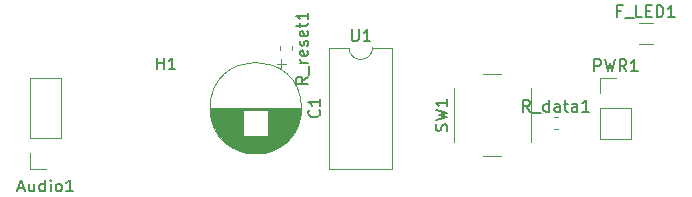
<source format=gbr>
G04 #@! TF.GenerationSoftware,KiCad,Pcbnew,(5.1.0)-1*
G04 #@! TF.CreationDate,2019-04-02T22:03:43+02:00*
G04 #@! TF.ProjectId,UV_Meter,55565f4d-6574-4657-922e-6b696361645f,rev?*
G04 #@! TF.SameCoordinates,Original*
G04 #@! TF.FileFunction,Legend,Top*
G04 #@! TF.FilePolarity,Positive*
%FSLAX46Y46*%
G04 Gerber Fmt 4.6, Leading zero omitted, Abs format (unit mm)*
G04 Created by KiCad (PCBNEW (5.1.0)-1) date 2019-04-02 22:03:43*
%MOMM*%
%LPD*%
G04 APERTURE LIST*
%ADD10C,0.120000*%
%ADD11C,0.150000*%
G04 APERTURE END LIST*
D10*
X45210000Y-23967221D02*
X45210000Y-24292779D01*
X46230000Y-23967221D02*
X46230000Y-24292779D01*
X25400000Y-34350000D02*
X24070000Y-34350000D01*
X24070000Y-34350000D02*
X24070000Y-33020000D01*
X24070000Y-31750000D02*
X24070000Y-26610000D01*
X26730000Y-26610000D02*
X24070000Y-26610000D01*
X26730000Y-31750000D02*
X26730000Y-26610000D01*
X26730000Y-31750000D02*
X24070000Y-31750000D01*
X45730000Y-25422789D02*
X44980000Y-25422789D01*
X45355000Y-25047789D02*
X45355000Y-25797789D01*
X43621000Y-33031000D02*
X42739000Y-33031000D01*
X43873000Y-32991000D02*
X42487000Y-32991000D01*
X44057000Y-32951000D02*
X42303000Y-32951000D01*
X44208000Y-32911000D02*
X42152000Y-32911000D01*
X44338000Y-32871000D02*
X42022000Y-32871000D01*
X44455000Y-32831000D02*
X41905000Y-32831000D01*
X44561000Y-32791000D02*
X41799000Y-32791000D01*
X44658000Y-32751000D02*
X41702000Y-32751000D01*
X44749000Y-32711000D02*
X41611000Y-32711000D01*
X44834000Y-32671000D02*
X41526000Y-32671000D01*
X44913000Y-32631000D02*
X41447000Y-32631000D01*
X44989000Y-32591000D02*
X41371000Y-32591000D01*
X45061000Y-32551000D02*
X41299000Y-32551000D01*
X45129000Y-32511000D02*
X41231000Y-32511000D01*
X45194000Y-32471000D02*
X41166000Y-32471000D01*
X45257000Y-32431000D02*
X41103000Y-32431000D01*
X45317000Y-32391000D02*
X41043000Y-32391000D01*
X45375000Y-32351000D02*
X40985000Y-32351000D01*
X45430000Y-32311000D02*
X40930000Y-32311000D01*
X45484000Y-32271000D02*
X40876000Y-32271000D01*
X45535000Y-32231000D02*
X40825000Y-32231000D01*
X45585000Y-32191000D02*
X40775000Y-32191000D01*
X45634000Y-32151000D02*
X40726000Y-32151000D01*
X45680000Y-32111000D02*
X40680000Y-32111000D01*
X45726000Y-32071000D02*
X40634000Y-32071000D01*
X45769000Y-32031000D02*
X40591000Y-32031000D01*
X45812000Y-31991000D02*
X40548000Y-31991000D01*
X45853000Y-31951000D02*
X40507000Y-31951000D01*
X45893000Y-31911000D02*
X40467000Y-31911000D01*
X45932000Y-31871000D02*
X40428000Y-31871000D01*
X45970000Y-31831000D02*
X40390000Y-31831000D01*
X46007000Y-31791000D02*
X40353000Y-31791000D01*
X46043000Y-31751000D02*
X40317000Y-31751000D01*
X46078000Y-31711000D02*
X40282000Y-31711000D01*
X46111000Y-31671000D02*
X40249000Y-31671000D01*
X46144000Y-31631000D02*
X40216000Y-31631000D01*
X46176000Y-31591000D02*
X40184000Y-31591000D01*
X46208000Y-31551000D02*
X40152000Y-31551000D01*
X46238000Y-31511000D02*
X40122000Y-31511000D01*
X42140000Y-31471000D02*
X40092000Y-31471000D01*
X46268000Y-31471000D02*
X44220000Y-31471000D01*
X42140000Y-31431000D02*
X40064000Y-31431000D01*
X46296000Y-31431000D02*
X44220000Y-31431000D01*
X42140000Y-31391000D02*
X40036000Y-31391000D01*
X46324000Y-31391000D02*
X44220000Y-31391000D01*
X42140000Y-31351000D02*
X40008000Y-31351000D01*
X46352000Y-31351000D02*
X44220000Y-31351000D01*
X42140000Y-31311000D02*
X39982000Y-31311000D01*
X46378000Y-31311000D02*
X44220000Y-31311000D01*
X42140000Y-31271000D02*
X39956000Y-31271000D01*
X46404000Y-31271000D02*
X44220000Y-31271000D01*
X42140000Y-31231000D02*
X39931000Y-31231000D01*
X46429000Y-31231000D02*
X44220000Y-31231000D01*
X42140000Y-31191000D02*
X39906000Y-31191000D01*
X46454000Y-31191000D02*
X44220000Y-31191000D01*
X42140000Y-31151000D02*
X39883000Y-31151000D01*
X46477000Y-31151000D02*
X44220000Y-31151000D01*
X42140000Y-31111000D02*
X39859000Y-31111000D01*
X46501000Y-31111000D02*
X44220000Y-31111000D01*
X42140000Y-31071000D02*
X39837000Y-31071000D01*
X46523000Y-31071000D02*
X44220000Y-31071000D01*
X42140000Y-31031000D02*
X39815000Y-31031000D01*
X46545000Y-31031000D02*
X44220000Y-31031000D01*
X42140000Y-30991000D02*
X39794000Y-30991000D01*
X46566000Y-30991000D02*
X44220000Y-30991000D01*
X42140000Y-30951000D02*
X39773000Y-30951000D01*
X46587000Y-30951000D02*
X44220000Y-30951000D01*
X42140000Y-30911000D02*
X39753000Y-30911000D01*
X46607000Y-30911000D02*
X44220000Y-30911000D01*
X42140000Y-30871000D02*
X39733000Y-30871000D01*
X46627000Y-30871000D02*
X44220000Y-30871000D01*
X42140000Y-30831000D02*
X39714000Y-30831000D01*
X46646000Y-30831000D02*
X44220000Y-30831000D01*
X42140000Y-30791000D02*
X39696000Y-30791000D01*
X46664000Y-30791000D02*
X44220000Y-30791000D01*
X42140000Y-30751000D02*
X39678000Y-30751000D01*
X46682000Y-30751000D02*
X44220000Y-30751000D01*
X42140000Y-30711000D02*
X39660000Y-30711000D01*
X46700000Y-30711000D02*
X44220000Y-30711000D01*
X42140000Y-30671000D02*
X39644000Y-30671000D01*
X46716000Y-30671000D02*
X44220000Y-30671000D01*
X42140000Y-30631000D02*
X39627000Y-30631000D01*
X46733000Y-30631000D02*
X44220000Y-30631000D01*
X42140000Y-30591000D02*
X39612000Y-30591000D01*
X46748000Y-30591000D02*
X44220000Y-30591000D01*
X42140000Y-30551000D02*
X39596000Y-30551000D01*
X46764000Y-30551000D02*
X44220000Y-30551000D01*
X42140000Y-30511000D02*
X39582000Y-30511000D01*
X46778000Y-30511000D02*
X44220000Y-30511000D01*
X42140000Y-30471000D02*
X39567000Y-30471000D01*
X46793000Y-30471000D02*
X44220000Y-30471000D01*
X42140000Y-30431000D02*
X39554000Y-30431000D01*
X46806000Y-30431000D02*
X44220000Y-30431000D01*
X42140000Y-30391000D02*
X39540000Y-30391000D01*
X46820000Y-30391000D02*
X44220000Y-30391000D01*
X42140000Y-30351000D02*
X39527000Y-30351000D01*
X46833000Y-30351000D02*
X44220000Y-30351000D01*
X42140000Y-30311000D02*
X39515000Y-30311000D01*
X46845000Y-30311000D02*
X44220000Y-30311000D01*
X42140000Y-30271000D02*
X39503000Y-30271000D01*
X46857000Y-30271000D02*
X44220000Y-30271000D01*
X42140000Y-30231000D02*
X39492000Y-30231000D01*
X46868000Y-30231000D02*
X44220000Y-30231000D01*
X42140000Y-30191000D02*
X39481000Y-30191000D01*
X46879000Y-30191000D02*
X44220000Y-30191000D01*
X42140000Y-30151000D02*
X39470000Y-30151000D01*
X46890000Y-30151000D02*
X44220000Y-30151000D01*
X42140000Y-30111000D02*
X39460000Y-30111000D01*
X46900000Y-30111000D02*
X44220000Y-30111000D01*
X42140000Y-30071000D02*
X39451000Y-30071000D01*
X46909000Y-30071000D02*
X44220000Y-30071000D01*
X42140000Y-30031000D02*
X39442000Y-30031000D01*
X46918000Y-30031000D02*
X44220000Y-30031000D01*
X42140000Y-29991000D02*
X39433000Y-29991000D01*
X46927000Y-29991000D02*
X44220000Y-29991000D01*
X42140000Y-29951000D02*
X39425000Y-29951000D01*
X46935000Y-29951000D02*
X44220000Y-29951000D01*
X42140000Y-29911000D02*
X39417000Y-29911000D01*
X46943000Y-29911000D02*
X44220000Y-29911000D01*
X42140000Y-29870000D02*
X39410000Y-29870000D01*
X46950000Y-29870000D02*
X44220000Y-29870000D01*
X42140000Y-29830000D02*
X39403000Y-29830000D01*
X46957000Y-29830000D02*
X44220000Y-29830000D01*
X42140000Y-29790000D02*
X39396000Y-29790000D01*
X46964000Y-29790000D02*
X44220000Y-29790000D01*
X42140000Y-29750000D02*
X39390000Y-29750000D01*
X46970000Y-29750000D02*
X44220000Y-29750000D01*
X42140000Y-29710000D02*
X39385000Y-29710000D01*
X46975000Y-29710000D02*
X44220000Y-29710000D01*
X42140000Y-29670000D02*
X39379000Y-29670000D01*
X46981000Y-29670000D02*
X44220000Y-29670000D01*
X42140000Y-29630000D02*
X39375000Y-29630000D01*
X46985000Y-29630000D02*
X44220000Y-29630000D01*
X42140000Y-29590000D02*
X39370000Y-29590000D01*
X46990000Y-29590000D02*
X44220000Y-29590000D01*
X42140000Y-29550000D02*
X39366000Y-29550000D01*
X46994000Y-29550000D02*
X44220000Y-29550000D01*
X42140000Y-29510000D02*
X39363000Y-29510000D01*
X46997000Y-29510000D02*
X44220000Y-29510000D01*
X42140000Y-29470000D02*
X39360000Y-29470000D01*
X47000000Y-29470000D02*
X44220000Y-29470000D01*
X42140000Y-29430000D02*
X39357000Y-29430000D01*
X47003000Y-29430000D02*
X44220000Y-29430000D01*
X47005000Y-29390000D02*
X39355000Y-29390000D01*
X47007000Y-29350000D02*
X39353000Y-29350000D01*
X47009000Y-29310000D02*
X39351000Y-29310000D01*
X47010000Y-29270000D02*
X39350000Y-29270000D01*
X47010000Y-29230000D02*
X39350000Y-29230000D01*
X47010000Y-29190000D02*
X39350000Y-29190000D01*
X47050000Y-29190000D02*
G75*
G03X47050000Y-29190000I-3870000J0D01*
G01*
X72330000Y-26610000D02*
X73660000Y-26610000D01*
X72330000Y-27940000D02*
X72330000Y-26610000D01*
X72330000Y-29210000D02*
X74990000Y-29210000D01*
X74990000Y-29210000D02*
X74990000Y-31810000D01*
X72330000Y-29210000D02*
X72330000Y-31810000D01*
X72330000Y-31810000D02*
X74990000Y-31810000D01*
X75597936Y-23770000D02*
X76802064Y-23770000D01*
X75597936Y-21950000D02*
X76802064Y-21950000D01*
X54720000Y-24070000D02*
X53070000Y-24070000D01*
X54720000Y-34350000D02*
X54720000Y-24070000D01*
X49420000Y-34350000D02*
X54720000Y-34350000D01*
X49420000Y-24070000D02*
X49420000Y-34350000D01*
X51070000Y-24070000D02*
X49420000Y-24070000D01*
X53070000Y-24070000D02*
G75*
G02X51070000Y-24070000I-1000000J0D01*
G01*
X63960000Y-26270000D02*
X62460000Y-26270000D01*
X59960000Y-27520000D02*
X59960000Y-32020000D01*
X62460000Y-33270000D02*
X63960000Y-33270000D01*
X66460000Y-32020000D02*
X66460000Y-27520000D01*
X68417221Y-30990000D02*
X68742779Y-30990000D01*
X68417221Y-29970000D02*
X68742779Y-29970000D01*
D11*
X34798095Y-25912380D02*
X34798095Y-24912380D01*
X34798095Y-25388571D02*
X35369523Y-25388571D01*
X35369523Y-25912380D02*
X35369523Y-24912380D01*
X36369523Y-25912380D02*
X35798095Y-25912380D01*
X36083809Y-25912380D02*
X36083809Y-24912380D01*
X35988571Y-25055238D01*
X35893333Y-25150476D01*
X35798095Y-25198095D01*
X47602380Y-26534761D02*
X47126190Y-26868095D01*
X47602380Y-27106190D02*
X46602380Y-27106190D01*
X46602380Y-26725238D01*
X46650000Y-26630000D01*
X46697619Y-26582380D01*
X46792857Y-26534761D01*
X46935714Y-26534761D01*
X47030952Y-26582380D01*
X47078571Y-26630000D01*
X47126190Y-26725238D01*
X47126190Y-27106190D01*
X47697619Y-26344285D02*
X47697619Y-25582380D01*
X47602380Y-25344285D02*
X46935714Y-25344285D01*
X47126190Y-25344285D02*
X47030952Y-25296666D01*
X46983333Y-25249047D01*
X46935714Y-25153809D01*
X46935714Y-25058571D01*
X47554761Y-24344285D02*
X47602380Y-24439523D01*
X47602380Y-24630000D01*
X47554761Y-24725238D01*
X47459523Y-24772857D01*
X47078571Y-24772857D01*
X46983333Y-24725238D01*
X46935714Y-24630000D01*
X46935714Y-24439523D01*
X46983333Y-24344285D01*
X47078571Y-24296666D01*
X47173809Y-24296666D01*
X47269047Y-24772857D01*
X47554761Y-23915714D02*
X47602380Y-23820476D01*
X47602380Y-23630000D01*
X47554761Y-23534761D01*
X47459523Y-23487142D01*
X47411904Y-23487142D01*
X47316666Y-23534761D01*
X47269047Y-23630000D01*
X47269047Y-23772857D01*
X47221428Y-23868095D01*
X47126190Y-23915714D01*
X47078571Y-23915714D01*
X46983333Y-23868095D01*
X46935714Y-23772857D01*
X46935714Y-23630000D01*
X46983333Y-23534761D01*
X47554761Y-22677619D02*
X47602380Y-22772857D01*
X47602380Y-22963333D01*
X47554761Y-23058571D01*
X47459523Y-23106190D01*
X47078571Y-23106190D01*
X46983333Y-23058571D01*
X46935714Y-22963333D01*
X46935714Y-22772857D01*
X46983333Y-22677619D01*
X47078571Y-22630000D01*
X47173809Y-22630000D01*
X47269047Y-23106190D01*
X46935714Y-22344285D02*
X46935714Y-21963333D01*
X46602380Y-22201428D02*
X47459523Y-22201428D01*
X47554761Y-22153809D01*
X47602380Y-22058571D01*
X47602380Y-21963333D01*
X47602380Y-21106190D02*
X47602380Y-21677619D01*
X47602380Y-21391904D02*
X46602380Y-21391904D01*
X46745238Y-21487142D01*
X46840476Y-21582380D01*
X46888095Y-21677619D01*
X23090476Y-35956666D02*
X23566666Y-35956666D01*
X22995238Y-36242380D02*
X23328571Y-35242380D01*
X23661904Y-36242380D01*
X24423809Y-35575714D02*
X24423809Y-36242380D01*
X23995238Y-35575714D02*
X23995238Y-36099523D01*
X24042857Y-36194761D01*
X24138095Y-36242380D01*
X24280952Y-36242380D01*
X24376190Y-36194761D01*
X24423809Y-36147142D01*
X25328571Y-36242380D02*
X25328571Y-35242380D01*
X25328571Y-36194761D02*
X25233333Y-36242380D01*
X25042857Y-36242380D01*
X24947619Y-36194761D01*
X24900000Y-36147142D01*
X24852380Y-36051904D01*
X24852380Y-35766190D01*
X24900000Y-35670952D01*
X24947619Y-35623333D01*
X25042857Y-35575714D01*
X25233333Y-35575714D01*
X25328571Y-35623333D01*
X25804761Y-36242380D02*
X25804761Y-35575714D01*
X25804761Y-35242380D02*
X25757142Y-35290000D01*
X25804761Y-35337619D01*
X25852380Y-35290000D01*
X25804761Y-35242380D01*
X25804761Y-35337619D01*
X26423809Y-36242380D02*
X26328571Y-36194761D01*
X26280952Y-36147142D01*
X26233333Y-36051904D01*
X26233333Y-35766190D01*
X26280952Y-35670952D01*
X26328571Y-35623333D01*
X26423809Y-35575714D01*
X26566666Y-35575714D01*
X26661904Y-35623333D01*
X26709523Y-35670952D01*
X26757142Y-35766190D01*
X26757142Y-36051904D01*
X26709523Y-36147142D01*
X26661904Y-36194761D01*
X26566666Y-36242380D01*
X26423809Y-36242380D01*
X27709523Y-36242380D02*
X27138095Y-36242380D01*
X27423809Y-36242380D02*
X27423809Y-35242380D01*
X27328571Y-35385238D01*
X27233333Y-35480476D01*
X27138095Y-35528095D01*
X48537142Y-29356666D02*
X48584761Y-29404285D01*
X48632380Y-29547142D01*
X48632380Y-29642380D01*
X48584761Y-29785238D01*
X48489523Y-29880476D01*
X48394285Y-29928095D01*
X48203809Y-29975714D01*
X48060952Y-29975714D01*
X47870476Y-29928095D01*
X47775238Y-29880476D01*
X47680000Y-29785238D01*
X47632380Y-29642380D01*
X47632380Y-29547142D01*
X47680000Y-29404285D01*
X47727619Y-29356666D01*
X48632380Y-28404285D02*
X48632380Y-28975714D01*
X48632380Y-28690000D02*
X47632380Y-28690000D01*
X47775238Y-28785238D01*
X47870476Y-28880476D01*
X47918095Y-28975714D01*
X71850476Y-26062380D02*
X71850476Y-25062380D01*
X72231428Y-25062380D01*
X72326666Y-25110000D01*
X72374285Y-25157619D01*
X72421904Y-25252857D01*
X72421904Y-25395714D01*
X72374285Y-25490952D01*
X72326666Y-25538571D01*
X72231428Y-25586190D01*
X71850476Y-25586190D01*
X72755238Y-25062380D02*
X72993333Y-26062380D01*
X73183809Y-25348095D01*
X73374285Y-26062380D01*
X73612380Y-25062380D01*
X74564761Y-26062380D02*
X74231428Y-25586190D01*
X73993333Y-26062380D02*
X73993333Y-25062380D01*
X74374285Y-25062380D01*
X74469523Y-25110000D01*
X74517142Y-25157619D01*
X74564761Y-25252857D01*
X74564761Y-25395714D01*
X74517142Y-25490952D01*
X74469523Y-25538571D01*
X74374285Y-25586190D01*
X73993333Y-25586190D01*
X75517142Y-26062380D02*
X74945714Y-26062380D01*
X75231428Y-26062380D02*
X75231428Y-25062380D01*
X75136190Y-25205238D01*
X75040952Y-25300476D01*
X74945714Y-25348095D01*
X74128571Y-20968571D02*
X73795238Y-20968571D01*
X73795238Y-21492380D02*
X73795238Y-20492380D01*
X74271428Y-20492380D01*
X74414285Y-21587619D02*
X75176190Y-21587619D01*
X75890476Y-21492380D02*
X75414285Y-21492380D01*
X75414285Y-20492380D01*
X76223809Y-20968571D02*
X76557142Y-20968571D01*
X76700000Y-21492380D02*
X76223809Y-21492380D01*
X76223809Y-20492380D01*
X76700000Y-20492380D01*
X77128571Y-21492380D02*
X77128571Y-20492380D01*
X77366666Y-20492380D01*
X77509523Y-20540000D01*
X77604761Y-20635238D01*
X77652380Y-20730476D01*
X77700000Y-20920952D01*
X77700000Y-21063809D01*
X77652380Y-21254285D01*
X77604761Y-21349523D01*
X77509523Y-21444761D01*
X77366666Y-21492380D01*
X77128571Y-21492380D01*
X78652380Y-21492380D02*
X78080952Y-21492380D01*
X78366666Y-21492380D02*
X78366666Y-20492380D01*
X78271428Y-20635238D01*
X78176190Y-20730476D01*
X78080952Y-20778095D01*
X51308095Y-22522380D02*
X51308095Y-23331904D01*
X51355714Y-23427142D01*
X51403333Y-23474761D01*
X51498571Y-23522380D01*
X51689047Y-23522380D01*
X51784285Y-23474761D01*
X51831904Y-23427142D01*
X51879523Y-23331904D01*
X51879523Y-22522380D01*
X52879523Y-23522380D02*
X52308095Y-23522380D01*
X52593809Y-23522380D02*
X52593809Y-22522380D01*
X52498571Y-22665238D01*
X52403333Y-22760476D01*
X52308095Y-22808095D01*
X59364761Y-31103333D02*
X59412380Y-30960476D01*
X59412380Y-30722380D01*
X59364761Y-30627142D01*
X59317142Y-30579523D01*
X59221904Y-30531904D01*
X59126666Y-30531904D01*
X59031428Y-30579523D01*
X58983809Y-30627142D01*
X58936190Y-30722380D01*
X58888571Y-30912857D01*
X58840952Y-31008095D01*
X58793333Y-31055714D01*
X58698095Y-31103333D01*
X58602857Y-31103333D01*
X58507619Y-31055714D01*
X58460000Y-31008095D01*
X58412380Y-30912857D01*
X58412380Y-30674761D01*
X58460000Y-30531904D01*
X58412380Y-30198571D02*
X59412380Y-29960476D01*
X58698095Y-29770000D01*
X59412380Y-29579523D01*
X58412380Y-29341428D01*
X59412380Y-28436666D02*
X59412380Y-29008095D01*
X59412380Y-28722380D02*
X58412380Y-28722380D01*
X58555238Y-28817619D01*
X58650476Y-28912857D01*
X58698095Y-29008095D01*
X66389523Y-29502380D02*
X66056190Y-29026190D01*
X65818095Y-29502380D02*
X65818095Y-28502380D01*
X66199047Y-28502380D01*
X66294285Y-28550000D01*
X66341904Y-28597619D01*
X66389523Y-28692857D01*
X66389523Y-28835714D01*
X66341904Y-28930952D01*
X66294285Y-28978571D01*
X66199047Y-29026190D01*
X65818095Y-29026190D01*
X66580000Y-29597619D02*
X67341904Y-29597619D01*
X68008571Y-29502380D02*
X68008571Y-28502380D01*
X68008571Y-29454761D02*
X67913333Y-29502380D01*
X67722857Y-29502380D01*
X67627619Y-29454761D01*
X67580000Y-29407142D01*
X67532380Y-29311904D01*
X67532380Y-29026190D01*
X67580000Y-28930952D01*
X67627619Y-28883333D01*
X67722857Y-28835714D01*
X67913333Y-28835714D01*
X68008571Y-28883333D01*
X68913333Y-29502380D02*
X68913333Y-28978571D01*
X68865714Y-28883333D01*
X68770476Y-28835714D01*
X68580000Y-28835714D01*
X68484761Y-28883333D01*
X68913333Y-29454761D02*
X68818095Y-29502380D01*
X68580000Y-29502380D01*
X68484761Y-29454761D01*
X68437142Y-29359523D01*
X68437142Y-29264285D01*
X68484761Y-29169047D01*
X68580000Y-29121428D01*
X68818095Y-29121428D01*
X68913333Y-29073809D01*
X69246666Y-28835714D02*
X69627619Y-28835714D01*
X69389523Y-28502380D02*
X69389523Y-29359523D01*
X69437142Y-29454761D01*
X69532380Y-29502380D01*
X69627619Y-29502380D01*
X70389523Y-29502380D02*
X70389523Y-28978571D01*
X70341904Y-28883333D01*
X70246666Y-28835714D01*
X70056190Y-28835714D01*
X69960952Y-28883333D01*
X70389523Y-29454761D02*
X70294285Y-29502380D01*
X70056190Y-29502380D01*
X69960952Y-29454761D01*
X69913333Y-29359523D01*
X69913333Y-29264285D01*
X69960952Y-29169047D01*
X70056190Y-29121428D01*
X70294285Y-29121428D01*
X70389523Y-29073809D01*
X71389523Y-29502380D02*
X70818095Y-29502380D01*
X71103809Y-29502380D02*
X71103809Y-28502380D01*
X71008571Y-28645238D01*
X70913333Y-28740476D01*
X70818095Y-28788095D01*
M02*

</source>
